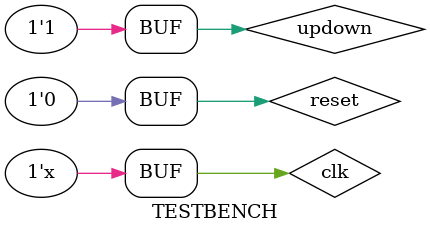
<source format=v>
`timescale 1ns / 1ps


module TESTBENCH;

	// Inputs
	reg updown;
	reg clk;
	reg reset;

	// Outputs
	wire [7:0] Qout;

	// Instantiate the Unit Under Test (UUT)
	UpDownCounter_8bit uut (
		.Qout(Qout), 
		.updown(updown), 
		.clk(clk), 
		.reset(reset)
	);

	initial begin
		// Initialize Inputs
		updown = 0;
		clk = 0;
		reset = 0;

		// Wait 100 ns for global reset to finish
		#100;
		reset = 1;
		
		#100;
		reset = 0;
		
		#500;
		updown = 1;
		

	end
	always #50 clk=~clk;
      
endmodule


</source>
